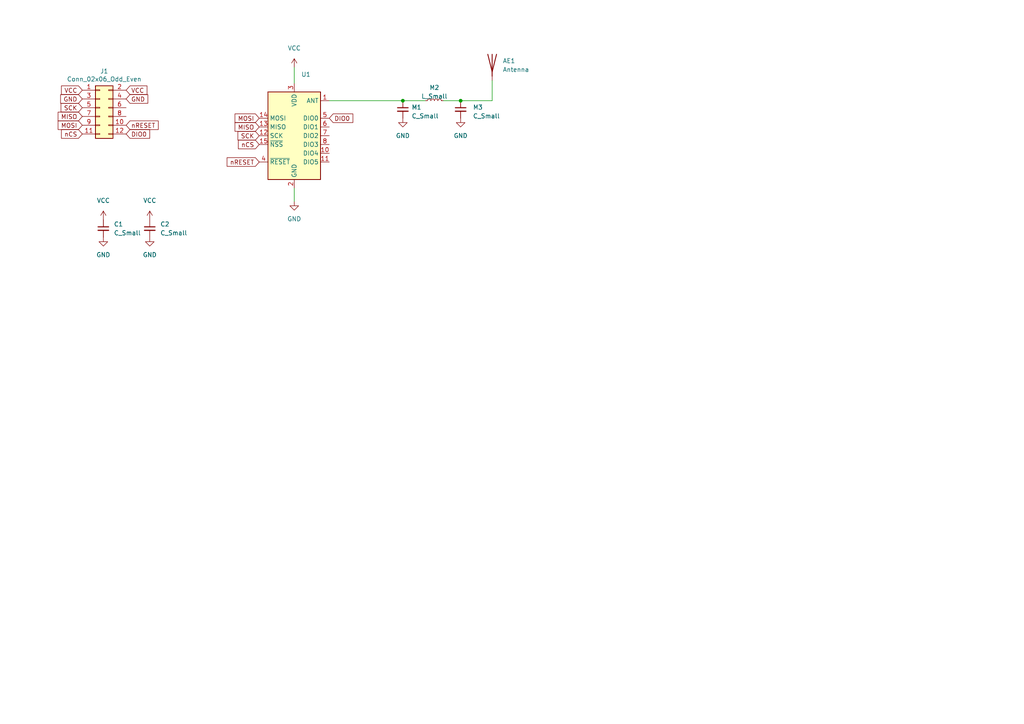
<source format=kicad_sch>
(kicad_sch (version 20230121) (generator eeschema)
  (paper "A4")
  (lib_symbols
    (symbol "Connector_Generic:Conn_02x06_Odd_Even" (pin_names (offset 1.016) hide)
      (property "Reference" "J" (at 1.27 7.62 0))
      (property "Value" "Conn_02x06_Odd_Even" (at 1.27 -10.16 0))
      (symbol "Conn_02x06_Odd_Even_1_1"
        (rectangle (start -1.27 -7.493) (end 0 -7.747) (stroke (width 0.1524)))
        (rectangle (start -1.27 -4.953) (end 0 -5.207) (stroke (width 0.1524)))
        (rectangle (start -1.27 -2.413) (end 0 -2.667) (stroke (width 0.1524)))
        (rectangle (start -1.27 0.127) (end 0 -0.127) (stroke (width 0.1524)))
        (rectangle (start -1.27 2.667) (end 0 2.413) (stroke (width 0.1524)))
        (rectangle (start -1.27 5.207) (end 0 4.953) (stroke (width 0.1524)))
        (rectangle (start -1.27 6.35) (end 3.81 -8.89) (stroke (width 0.254)) (fill (type background)))
        (rectangle (start 3.81 -7.493) (end 2.54 -7.747) (stroke (width 0.1524)))
        (rectangle (start 3.81 -4.953) (end 2.54 -5.207) (stroke (width 0.1524)))
        (rectangle (start 3.81 -2.413) (end 2.54 -2.667) (stroke (width 0.1524)))
        (rectangle (start 3.81 0.127) (end 2.54 -0.127) (stroke (width 0.1524)))
        (rectangle (start 3.81 2.667) (end 2.54 2.413) (stroke (width 0.1524)))
        (rectangle (start 3.81 5.207) (end 2.54 4.953) (stroke (width 0.1524)))
        (pin passive line (at -5.08 5.08 0) (length 3.81) (name "Pin_1") (number "1"))
        (pin passive line (at 7.62 -5.08 180) (length 3.81) (name "Pin_10") (number "10"))
        (pin passive line (at -5.08 -7.62 0) (length 3.81) (name "Pin_11") (number "11"))
        (pin passive line (at 7.62 -7.62 180) (length 3.81) (name "Pin_12") (number "12"))
        (pin passive line (at 7.62 5.08 180) (length 3.81) (name "Pin_2") (number "2"))
        (pin passive line (at -5.08 2.54 0) (length 3.81) (name "Pin_3") (number "3"))
        (pin passive line (at 7.62 2.54 180) (length 3.81) (name "Pin_4") (number "4"))
        (pin passive line (at -5.08 0 0) (length 3.81) (name "Pin_5") (number "5"))
        (pin passive line (at 7.62 0 180) (length 3.81) (name "Pin_6") (number "6"))
        (pin passive line (at -5.08 -2.54 0) (length 3.81) (name "Pin_7") (number "7"))
        (pin passive line (at 7.62 -2.54 180) (length 3.81) (name "Pin_8") (number "8"))
        (pin passive line (at -5.08 -5.08 0) (length 3.81) (name "Pin_9") (number "9"))
      )
    )
    (symbol "Device:Antenna" (pin_numbers hide) (pin_names (offset 1.016) hide)
      (property "Reference" "AE" (at -1.905 1.905 0))
      (property "Value" "Antenna" (at -1.905 0 0))
      (symbol "Antenna_0_1"
        (polyline (pts (xy 0 2.54) (xy 0 -3.81)) (stroke (width 0.254)))
        (polyline (pts (xy 1.27 2.54) (xy 0 -2.54) (xy -1.27 2.54)) (stroke (width 0.254)))
      )
      (symbol "Antenna_1_1"
        (pin input line (at 0 -5.08 90) (length 2.54) (name "A") (number "1"))
      )
    )
    (symbol "Device:C_Small" (pin_numbers hide) (pin_names (offset 0.254) hide)
      (property "Reference" "C" (at 0.254 1.778 0))
      (property "Value" "C_Small" (at 0.254 -2.032 0))
      (symbol "C_Small_0_1"
        (polyline (pts (xy -1.524 -0.508) (xy 1.524 -0.508)) (stroke (width 0.3302)))
        (polyline (pts (xy -1.524 0.508) (xy 1.524 0.508)) (stroke (width 0.3048)))
      )
      (symbol "C_Small_1_1"
        (pin passive line (at 0 2.54 270) (length 2.032) (name "~") (number "1"))
        (pin passive line (at 0 -2.54 90) (length 2.032) (name "~") (number "2"))
      )
    )
    (symbol "Device:L_Small" (pin_numbers hide) (pin_names (offset 0.254) hide)
      (property "Reference" "L" (at 0.762 1.016 0))
      (property "Value" "L_Small" (at 0.762 -1.016 0))
      (symbol "L_Small_0_1"
        (arc (start 0 -2.032) (mid 0.5058 -1.524) (end 0 -1.016))
        (arc (start 0 -1.016) (mid 0.5058 -0.508) (end 0 0))
        (arc (start 0 0) (mid 0.5058 0.508) (end 0 1.016))
        (arc (start 0 1.016) (mid 0.5058 1.524) (end 0 2.032))
      )
      (symbol "L_Small_1_1"
        (pin passive line (at 0 2.54 270) (length 0.508) (name "~") (number "1"))
        (pin passive line (at 0 -2.54 90) (length 0.508) (name "~") (number "2"))
      )
    )
    (symbol "RF_Module:Ai-Thinker-Ra-01"
      (property "Reference" "U" (at 2.54 17.78 0))
      (property "Value" "Ai-Thinker-Ra-01" (at 13.97 -15.24 0))
      (symbol "Ai-Thinker-Ra-01_0_1"
        (rectangle (start -7.62 12.7) (end 7.62 -12.7) (stroke (width 0.254)) (fill (type background)))
      )
      (symbol "Ai-Thinker-Ra-01_1_1"
        (pin passive line (at 10.16 10.16 180) (length 2.54) (name "ANT") (number "1"))
        (pin bidirectional line (at 10.16 -5.08 180) (length 2.54) (name "DIO4") (number "10"))
        (pin bidirectional line (at 10.16 -7.62 180) (length 2.54) (name "DIO5") (number "11"))
        (pin input line (at -10.16 0 0) (length 2.54) (name "SCK") (number "12"))
        (pin output line (at -10.16 2.54 0) (length 2.54) (name "MISO") (number "13"))
        (pin input line (at -10.16 5.08 0) (length 2.54) (name "MOSI") (number "14"))
        (pin input line (at -10.16 -2.54 0) (length 2.54) (name "~{NSS}") (number "15"))
        (pin passive line (at 0 -15.24 90) (length 2.54) hide (name "GND") (number "16"))
        (pin power_in line (at 0 -15.24 90) (length 2.54) (name "GND") (number "2"))
        (pin power_in line (at 0 15.24 270) (length 2.54) (name "VDD") (number "3"))
        (pin input line (at -10.16 -7.62 0) (length 2.54) (name "~{RESET}") (number "4"))
        (pin bidirectional line (at 10.16 5.08 180) (length 2.54) (name "DIO0") (number "5"))
        (pin bidirectional line (at 10.16 2.54 180) (length 2.54) (name "DIO1") (number "6"))
        (pin bidirectional line (at 10.16 0 180) (length 2.54) (name "DIO2") (number "7"))
        (pin bidirectional line (at 10.16 -2.54 180) (length 2.54) (name "DIO3") (number "8"))
        (pin passive line (at 0 -15.24 90) (length 2.54) hide (name "GND") (number "9"))
      )
    )
    (symbol "power:GND" (power) (pin_names (offset 0))
      (property "Value" "GND" (at 0 -3.81 0))
      (symbol "GND_0_1"
        (polyline (pts (xy 0 0) (xy 0 -1.27) (xy 1.27 -1.27) (xy 0 -2.54) (xy -1.27 -1.27) (xy 0 -1.27)))
      )
      (symbol "GND_1_1"
        (pin power_in line (at 0 0 270) (length 0) hide (name "GND") (number "1"))
      )
    )
    (symbol "power:VCC" (power) (pin_names (offset 0))
      (property "Value" "VCC" (at 0 3.81 0))
      (symbol "VCC_0_1"
        (polyline (pts (xy -0.762 1.27) (xy 0 2.54)))
        (polyline (pts (xy 0 0) (xy 0 2.54)))
        (polyline (pts (xy 0 2.54) (xy 0.762 1.27)))
      )
      (symbol "VCC_1_1"
        (pin power_in line (at 0 0 90) (length 0) hide (name "VCC") (number "1"))
      )
    )
  )
  (junction (at 116.84 29.21))
  (junction (at 133.604 29.21))
  (wire (pts (xy 123.444 29.21) (xy 116.84 29.21)))
  (wire (pts (xy 128.524 29.21) (xy 133.604 29.21)))
  (wire (pts (xy 133.604 29.21) (xy 142.748 29.21)))
  (wire (pts (xy 85.344 19.558) (xy 85.344 24.13)))
  (wire (pts (xy 85.344 54.61) (xy 85.344 58.42)))
  (wire (pts (xy 95.504 29.21) (xy 116.84 29.21)))
  (wire (pts (xy 142.748 29.21) (xy 142.748 23.368)))
  (global_label "nRESET" (shape input) (at 75.184 46.99 180) (property "Intersheetrefs" "${INTERSHEET_REFS}" (effects hide)) (property "Intersheet-verwijzingen" "${INTERSHEET_REFS}" (effects hide)))
  (global_label "MISO" (shape input) (at 23.876 33.782 180) (property "Intersheetrefs" "${INTERSHEET_REFS}" (effects hide)) (property "Intersheet-verwijzingen" "${INTERSHEET_REFS}" (effects hide)))
  (global_label "GND" (shape input) (at 36.576 28.702 0) (property "Intersheetrefs" "${INTERSHEET_REFS}" (effects hide)) (property "Intersheet-verwijzingen" "${INTERSHEET_REFS}" (effects hide)))
  (global_label "VCC" (shape input) (at 23.876 26.162 180) (property "Intersheetrefs" "${INTERSHEET_REFS}" (effects hide)) (property "Intersheet-verwijzingen" "${INTERSHEET_REFS}" (effects hide)))
  (global_label "nCS" (shape input) (at 75.184 41.91 180) (property "Intersheetrefs" "${INTERSHEET_REFS}" (effects hide)) (property "Intersheet-verwijzingen" "${INTERSHEET_REFS}" (effects hide)))
  (global_label "GND" (shape input) (at 23.876 28.702 180) (property "Intersheetrefs" "${INTERSHEET_REFS}" (effects hide)) (property "Intersheet-verwijzingen" "${INTERSHEET_REFS}" (effects hide)))
  (global_label "SCK" (shape input) (at 23.876 31.242 180) (property "Intersheetrefs" "${INTERSHEET_REFS}" (effects hide)) (property "Intersheet-verwijzingen" "${INTERSHEET_REFS}" (effects hide)))
  (global_label "nCS" (shape input) (at 23.876 38.862 180) (property "Intersheetrefs" "${INTERSHEET_REFS}" (effects hide)) (property "Intersheet-verwijzingen" "${INTERSHEET_REFS}" (effects hide)))
  (global_label "VCC" (shape input) (at 36.576 26.162 0) (property "Intersheetrefs" "${INTERSHEET_REFS}" (effects hide)) (property "Intersheet-verwijzingen" "${INTERSHEET_REFS}" (effects hide)))
  (global_label "DIO0" (shape input) (at 95.504 34.29 0) (property "Intersheetrefs" "${INTERSHEET_REFS}" (effects hide)) (property "Intersheet-verwijzingen" "${INTERSHEET_REFS}" (effects hide)))
  (global_label "DIO0" (shape input) (at 36.576 38.862 0) (property "Intersheetrefs" "${INTERSHEET_REFS}" (effects hide)) (property "Intersheet-verwijzingen" "${INTERSHEET_REFS}" (effects hide)))
  (global_label "MISO" (shape input) (at 75.184 36.83 180) (property "Intersheetrefs" "${INTERSHEET_REFS}" (effects hide)) (property "Intersheet-verwijzingen" "${INTERSHEET_REFS}" (effects hide)))
  (global_label "MOSI" (shape input) (at 75.184 34.29 180) (property "Intersheetrefs" "${INTERSHEET_REFS}" (effects hide)) (property "Intersheet-verwijzingen" "${INTERSHEET_REFS}" (effects hide)))
  (global_label "nRESET" (shape input) (at 36.576 36.322 0) (property "Intersheetrefs" "${INTERSHEET_REFS}" (effects hide)) (property "Intersheet-verwijzingen" "${INTERSHEET_REFS}" (effects hide)))
  (global_label "SCK" (shape input) (at 75.184 39.37 180) (property "Intersheetrefs" "${INTERSHEET_REFS}" (effects hide)) (property "Intersheet-verwijzingen" "${INTERSHEET_REFS}" (effects hide)))
  (global_label "MOSI" (shape input) (at 23.876 36.322 180) (property "Intersheetrefs" "${INTERSHEET_REFS}" (effects hide)) (property "Intersheet-verwijzingen" "${INTERSHEET_REFS}" (effects hide)))
  (symbol (lib_id "Connector_Generic:Conn_02x06_Odd_Even") (at 28.956 31.242 0) (unit 1)
    (property "Reference" "J1" (at 30.226 20.6502 0))
    (property "Value" "Conn_02x06_Odd_Even" (at 30.226 22.9616 0))
    (property "Footprint" "Connector_PinHeader_2.54mm:PinHeader_2x06_P2.54mm_Horizontal" (effects hide))
  )
  (symbol (lib_id "Device:Antenna") (at 142.748 18.288 0) (unit 1)
    (property "Reference" "AE1" (at 145.796 17.6529 0) (effects (justify left)))
    (property "Value" "Antenna" (at 145.796 20.1929 0) (effects (justify left)))
    (property "Footprint" "RF_Antenna:Texas_SWRA416_868MHz_915MHz" (effects hide))
  )
  (symbol (lib_id "power:GND") (at 43.434 68.834 0) (unit 1)
    (property "Reference" "#PWR04" (effects hide))
    (property "Value" "GND" (at 43.434 73.914 0))
  )
  (symbol (lib_id "power:GND") (at 29.972 68.834 0) (unit 1)
    (property "Reference" "#PWR02" (effects hide))
    (property "Value" "GND" (at 29.972 73.914 0))
  )
  (symbol (lib_id "Device:C_Small") (at 133.604 31.75 0) (unit 1)
    (property "Reference" "M3" (at 137.16 31.1213 0) (effects (justify left)))
    (property "Value" "C_Small" (at 137.16 33.6613 0) (effects (justify left)))
    (property "Footprint" "Capacitor_SMD:C_0603_1608Metric_Pad1.08x0.95mm_HandSolder" (effects hide))
  )
  (symbol (lib_id "Device:L_Small") (at 125.984 29.21 90) (unit 1)
    (property "Reference" "M2" (at 125.984 25.4 90))
    (property "Value" "L_Small" (at 125.984 27.94 90))
    (property "Footprint" "Inductor_SMD:L_0603_1608Metric_Pad1.05x0.95mm_HandSolder" (effects hide))
  )
  (symbol (lib_id "power:GND") (at 85.344 58.42 0) (unit 1)
    (property "Reference" "#PWR06" (effects hide))
    (property "Value" "GND" (at 85.344 63.5 0))
  )
  (symbol (lib_id "power:GND") (at 116.84 34.29 0) (unit 1)
    (property "Reference" "#PWR08" (effects hide))
    (property "Value" "GND" (at 116.84 39.37 0))
  )
  (symbol (lib_id "Device:C_Small") (at 29.972 66.294 0) (unit 1)
    (property "Reference" "C1" (at 33.02 65.0302 0) (effects (justify left)))
    (property "Value" "C_Small" (at 33.02 67.5702 0) (effects (justify left)))
    (property "Footprint" "Capacitor_SMD:C_0805_2012Metric_Pad1.18x1.45mm_HandSolder" (effects hide))
  )
  (symbol (lib_id "power:VCC") (at 85.344 19.558 0) (unit 1)
    (property "Reference" "#PWR05" (effects hide))
    (property "Value" "VCC" (at 85.344 13.97 0))
  )
  (symbol (lib_id "power:GND") (at 133.604 34.29 0) (unit 1)
    (property "Reference" "#PWR09" (effects hide))
    (property "Value" "GND" (at 133.604 39.37 0))
  )
  (symbol (lib_id "Device:C_Small") (at 116.84 31.75 0) (unit 1)
    (property "Reference" "M1" (at 119.38 31.1213 0) (effects (justify left)))
    (property "Value" "C_Small" (at 119.38 33.6613 0) (effects (justify left)))
    (property "Footprint" "Capacitor_SMD:C_0603_1608Metric_Pad1.08x0.95mm_HandSolder" (effects hide))
  )
  (symbol (lib_id "power:VCC") (at 43.434 63.754 0) (unit 1)
    (property "Reference" "#PWR03" (effects hide))
    (property "Value" "VCC" (at 43.434 58.166 0))
  )
  (symbol (lib_id "power:VCC") (at 29.972 63.754 0) (unit 1)
    (property "Reference" "#PWR01" (effects hide))
    (property "Value" "VCC" (at 29.972 58.166 0))
  )
  (symbol (lib_id "Device:C_Small") (at 43.434 66.294 0) (unit 1)
    (property "Reference" "C2" (at 46.482 65.0302 0) (effects (justify left)))
    (property "Value" "C_Small" (at 46.482 67.5702 0) (effects (justify left)))
    (property "Footprint" "Capacitor_SMD:C_0805_2012Metric_Pad1.18x1.45mm_HandSolder" (effects hide))
  )
  (symbol (lib_id "RF_Module:Ai-Thinker-Ra-01") (at 85.344 39.37 0) (unit 1)
    (property "Reference" "U1" (at 87.3634 21.59 0) (effects (justify left)))
    (property "Value" "Ai-Thinker-Ra-01" (effects hide))
    (property "Footprint" "RF_Module:Ai-Thinker-Ra-01-LoRa" (effects hide))
    (property "Datasheet" "http://wiki.ai-thinker.com/_media/lora/docs/c047ps01a1_ra-01_product_specification_v1.1.pdf" (effects hide))
  )
)
</source>
